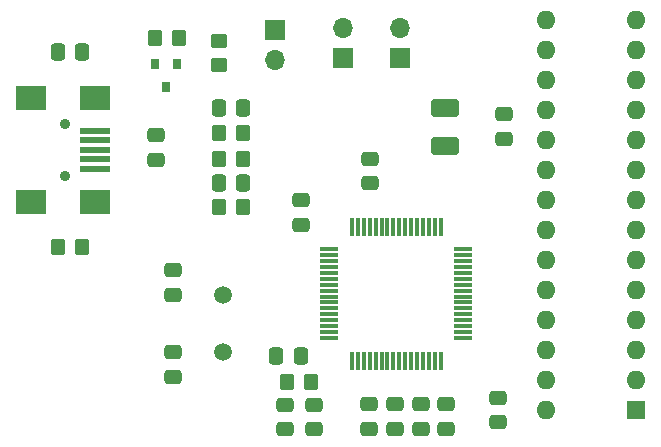
<source format=gbr>
G04 #@! TF.GenerationSoftware,KiCad,Pcbnew,6.0.2-378541a8eb~116~ubuntu20.04.1*
G04 #@! TF.CreationDate,2022-02-16T17:00:19+01:00*
G04 #@! TF.ProjectId,minimig-arm-controller-0805,6d696e69-6d69-4672-9d61-726d2d636f6e,rev?*
G04 #@! TF.SameCoordinates,Original*
G04 #@! TF.FileFunction,Soldermask,Top*
G04 #@! TF.FilePolarity,Negative*
%FSLAX46Y46*%
G04 Gerber Fmt 4.6, Leading zero omitted, Abs format (unit mm)*
G04 Created by KiCad (PCBNEW 6.0.2-378541a8eb~116~ubuntu20.04.1) date 2022-02-16 17:00:19*
%MOMM*%
%LPD*%
G01*
G04 APERTURE LIST*
G04 Aperture macros list*
%AMRoundRect*
0 Rectangle with rounded corners*
0 $1 Rounding radius*
0 $2 $3 $4 $5 $6 $7 $8 $9 X,Y pos of 4 corners*
0 Add a 4 corners polygon primitive as box body*
4,1,4,$2,$3,$4,$5,$6,$7,$8,$9,$2,$3,0*
0 Add four circle primitives for the rounded corners*
1,1,$1+$1,$2,$3*
1,1,$1+$1,$4,$5*
1,1,$1+$1,$6,$7*
1,1,$1+$1,$8,$9*
0 Add four rect primitives between the rounded corners*
20,1,$1+$1,$2,$3,$4,$5,0*
20,1,$1+$1,$4,$5,$6,$7,0*
20,1,$1+$1,$6,$7,$8,$9,0*
20,1,$1+$1,$8,$9,$2,$3,0*%
G04 Aperture macros list end*
%ADD10C,1.500000*%
%ADD11O,1.700000X1.700000*%
%ADD12R,1.700000X1.700000*%
%ADD13RoundRect,0.250000X-0.475000X0.337500X-0.475000X-0.337500X0.475000X-0.337500X0.475000X0.337500X0*%
%ADD14RoundRect,0.250000X0.475000X-0.337500X0.475000X0.337500X-0.475000X0.337500X-0.475000X-0.337500X0*%
%ADD15RoundRect,0.250000X0.337500X0.475000X-0.337500X0.475000X-0.337500X-0.475000X0.337500X-0.475000X0*%
%ADD16RoundRect,0.250000X0.925000X-0.500000X0.925000X0.500000X-0.925000X0.500000X-0.925000X-0.500000X0*%
%ADD17RoundRect,0.249999X-0.350001X-0.450001X0.350001X-0.450001X0.350001X0.450001X-0.350001X0.450001X0*%
%ADD18RoundRect,0.249999X0.350001X0.450001X-0.350001X0.450001X-0.350001X-0.450001X0.350001X-0.450001X0*%
%ADD19RoundRect,0.250000X-0.337500X-0.475000X0.337500X-0.475000X0.337500X0.475000X-0.337500X0.475000X0*%
%ADD20RoundRect,0.249999X-0.450001X0.350001X-0.450001X-0.350001X0.450001X-0.350001X0.450001X0.350001X0*%
%ADD21R,0.800000X0.900000*%
%ADD22C,0.900000*%
%ADD23R,2.500000X0.500000*%
%ADD24R,2.500000X2.000000*%
%ADD25O,1.600000X1.600000*%
%ADD26R,1.600000X1.600000*%
%ADD27RoundRect,0.075000X0.700000X-0.075000X0.700000X0.075000X-0.700000X0.075000X-0.700000X-0.075000X0*%
%ADD28RoundRect,0.075000X0.075000X-0.700000X0.075000X0.700000X-0.075000X0.700000X-0.075000X-0.700000X0*%
G04 APERTURE END LIST*
D10*
G04 #@! TO.C,X1*
X119980000Y-46230000D03*
X119980000Y-51110000D03*
G04 #@! TD*
D11*
G04 #@! TO.C,J1*
X124380000Y-26336000D03*
D12*
X124380000Y-23796000D03*
G04 #@! TD*
D13*
G04 #@! TO.C,C17*
X143277600Y-57040700D03*
X143277600Y-54965700D03*
G04 #@! TD*
D14*
G04 #@! TO.C,C16*
X132406400Y-34747300D03*
X132406400Y-36822300D03*
G04 #@! TD*
D13*
G04 #@! TO.C,C15*
X132355600Y-57599500D03*
X132355600Y-55524500D03*
G04 #@! TD*
D15*
G04 #@! TO.C,C14*
X126577500Y-51420000D03*
X124502500Y-51420000D03*
G04 #@! TD*
D13*
G04 #@! TO.C,C8*
X138858000Y-57599500D03*
X138858000Y-55524500D03*
G04 #@! TD*
G04 #@! TO.C,C7*
X136724400Y-57599500D03*
X136724400Y-55524500D03*
G04 #@! TD*
G04 #@! TO.C,C6*
X134540000Y-57599500D03*
X134540000Y-55524500D03*
G04 #@! TD*
D14*
G04 #@! TO.C,C3*
X126564400Y-38252500D03*
X126564400Y-40327500D03*
G04 #@! TD*
G04 #@! TO.C,C5*
X143747500Y-30950000D03*
X143747500Y-33025000D03*
G04 #@! TD*
D16*
G04 #@! TO.C,C4*
X138794500Y-30426000D03*
X138794500Y-33676000D03*
G04 #@! TD*
D17*
G04 #@! TO.C,R1*
X127412000Y-53666400D03*
X125412000Y-53666400D03*
G04 #@! TD*
D14*
G04 #@! TO.C,C18*
X115780000Y-44152500D03*
X115780000Y-46227500D03*
G04 #@! TD*
D13*
G04 #@! TO.C,C9*
X115780000Y-53177500D03*
X115780000Y-51102500D03*
G04 #@! TD*
G04 #@! TO.C,C2*
X125238000Y-57646500D03*
X125238000Y-55571500D03*
G04 #@! TD*
G04 #@! TO.C,C1*
X127682000Y-57646500D03*
X127682000Y-55571500D03*
G04 #@! TD*
D18*
G04 #@! TO.C,R4*
X106027000Y-42231000D03*
X108027000Y-42231000D03*
G04 #@! TD*
D19*
G04 #@! TO.C,C13*
X108064500Y-25721000D03*
X105989500Y-25721000D03*
G04 #@! TD*
D18*
G04 #@! TO.C,R7*
X119679500Y-38782000D03*
X121679500Y-38782000D03*
G04 #@! TD*
D20*
G04 #@! TO.C,R6*
X119637500Y-26782000D03*
X119637500Y-24782000D03*
G04 #@! TD*
D18*
G04 #@! TO.C,R5*
X114262500Y-24512000D03*
X116262500Y-24512000D03*
G04 #@! TD*
G04 #@! TO.C,R3*
X119679500Y-34718000D03*
X121679500Y-34718000D03*
G04 #@! TD*
G04 #@! TO.C,R2*
X119679500Y-32515500D03*
X121679500Y-32515500D03*
G04 #@! TD*
D21*
G04 #@! TO.C,Q1*
X115192500Y-28687000D03*
X114242500Y-26687000D03*
X116142500Y-26687000D03*
G04 #@! TD*
D11*
G04 #@! TO.C,JP2*
X134946400Y-23694400D03*
D12*
X134946400Y-26234400D03*
G04 #@! TD*
D11*
G04 #@! TO.C,JP1*
X130120400Y-23694400D03*
D12*
X130120400Y-26234400D03*
G04 #@! TD*
D22*
G04 #@! TO.C,CN1*
X106600000Y-36176000D03*
X106600000Y-31776000D03*
D23*
X109200000Y-35576000D03*
X109200000Y-34776000D03*
X109200000Y-33976000D03*
X109200000Y-33176000D03*
X109200000Y-32376000D03*
D24*
X109200000Y-38376000D03*
X109200000Y-29576000D03*
X103700000Y-38376000D03*
X103700000Y-29576000D03*
G04 #@! TD*
D15*
G04 #@! TO.C,C12*
X119642000Y-36750000D03*
X121717000Y-36750000D03*
G04 #@! TD*
G04 #@! TO.C,C11*
X119642000Y-30400000D03*
X121717000Y-30400000D03*
G04 #@! TD*
D13*
G04 #@! TO.C,C10*
X114347000Y-34803000D03*
X114347000Y-32728000D03*
G04 #@! TD*
D25*
G04 #@! TO.C,U2*
X147380000Y-56000000D03*
X155000000Y-22980000D03*
X147380000Y-53460000D03*
X155000000Y-25520000D03*
X147380000Y-50920000D03*
X155000000Y-28060000D03*
X147380000Y-48380000D03*
X155000000Y-30600000D03*
X147380000Y-45840000D03*
X155000000Y-33140000D03*
X147380000Y-43300000D03*
X155000000Y-35680000D03*
X147380000Y-40760000D03*
X155000000Y-38220000D03*
X147380000Y-38220000D03*
X155000000Y-40760000D03*
X147380000Y-35680000D03*
X155000000Y-43300000D03*
X147380000Y-33140000D03*
X155000000Y-45840000D03*
X147380000Y-30600000D03*
X155000000Y-48380000D03*
X147380000Y-28060000D03*
X155000000Y-50920000D03*
X147380000Y-25520000D03*
X155000000Y-53460000D03*
X147380000Y-22980000D03*
D26*
X155000000Y-56000000D03*
G04 #@! TD*
D27*
G04 #@! TO.C,U1*
X128992000Y-49898000D03*
X128992000Y-49398000D03*
X128992000Y-48898000D03*
X128992000Y-48398000D03*
X128992000Y-47898000D03*
X128992000Y-47398000D03*
X128992000Y-46898000D03*
X128992000Y-46398000D03*
X128992000Y-45898000D03*
X128992000Y-45398000D03*
X128992000Y-44898000D03*
X128992000Y-44398000D03*
X128992000Y-43898000D03*
X128992000Y-43398000D03*
X128992000Y-42898000D03*
X128992000Y-42398000D03*
D28*
X130917000Y-40473000D03*
X131417000Y-40473000D03*
X131917000Y-40473000D03*
X132417000Y-40473000D03*
X132917000Y-40473000D03*
X133417000Y-40473000D03*
X133917000Y-40473000D03*
X134417000Y-40473000D03*
X134917000Y-40473000D03*
X135417000Y-40473000D03*
X135917000Y-40473000D03*
X136417000Y-40473000D03*
X136917000Y-40473000D03*
X137417000Y-40473000D03*
X137917000Y-40473000D03*
X138417000Y-40473000D03*
D27*
X140342000Y-42398000D03*
X140342000Y-42898000D03*
X140342000Y-43398000D03*
X140342000Y-43898000D03*
X140342000Y-44398000D03*
X140342000Y-44898000D03*
X140342000Y-45398000D03*
X140342000Y-45898000D03*
X140342000Y-46398000D03*
X140342000Y-46898000D03*
X140342000Y-47398000D03*
X140342000Y-47898000D03*
X140342000Y-48398000D03*
X140342000Y-48898000D03*
X140342000Y-49398000D03*
X140342000Y-49898000D03*
D28*
X138417000Y-51823000D03*
X137917000Y-51823000D03*
X137417000Y-51823000D03*
X136917000Y-51823000D03*
X136417000Y-51823000D03*
X135917000Y-51823000D03*
X135417000Y-51823000D03*
X134917000Y-51823000D03*
X134417000Y-51823000D03*
X133917000Y-51823000D03*
X133417000Y-51823000D03*
X132917000Y-51823000D03*
X132417000Y-51823000D03*
X131917000Y-51823000D03*
X131417000Y-51823000D03*
X130917000Y-51823000D03*
G04 #@! TD*
M02*

</source>
